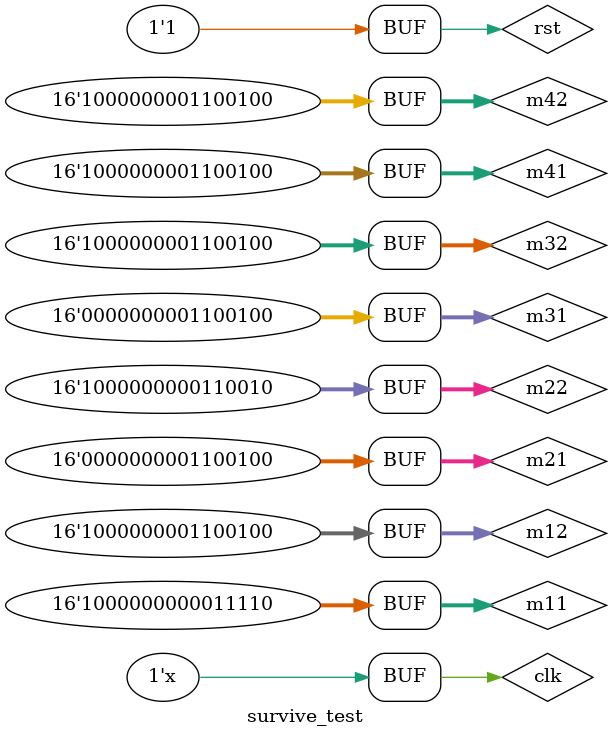
<source format=v>
`timescale 1ns / 1ps




module survive_test;

	// Inputs
	reg clk;
	reg rst;
	reg [15:0] m11;
	reg [15:0] m21;
	reg [15:0] m31;
	reg [15:0] m41;
	reg [15:0] m12;
	reg [15:0] m22;
	reg [15:0] m32;
	reg [15:0] m42;

	// Outputs
	wire [29:0] v_1;
	wire [29:0] v_2;
	wire [29:0] v_3;
	wire [29:0] v_4;
	wire [29:0] v_5;
	wire [29:0] v_6;
	wire [29:0] v_7;
	wire [29:0] v_8;
	wire [29:0] v_9;
	wire [29:0] v_10;
	wire [29:0] v_11;
	wire [29:0] v_12;
	wire [29:0] v_13;
	wire [29:0] v_14;

	// Instantiate the Unit Under Test (UUT)
	survive uut (
		.clk(clk),
		.rst(rst), 
		.m11(m11), 
		.m21(m21), 
		.m31(m31), 
		.m41(m41), 
		.m12(m12), 
		.m22(m22), 
		.m32(m32), 
		.m42(m42), 
		.v_1(v_1), 
		.v_2(v_2), 
		.v_3(v_3), 
		.v_4(v_4), 
		.v_5(v_5), 
		.v_6(v_6), 
		.v_7(v_7), 
		.v_8(v_8), 
		.v_9(v_9), 
		.v_10(v_10), 
		.v_11(v_11), 
		.v_12(v_12), 
		.v_13(v_13), 
		.v_14(v_14)
	);

	initial begin
		// Initialize Inputs
		clk = 0;
		rst = 0;
		m11 = 0;
		m21 = 0;
		m31 = 0;
		m41 = 0;
		m12 = 0;
		m22 = 0;
		m32 = 0;
		m42 = 0;

		// Wait 100 ns for global reset to finish
		#10;
		m11 = 32798;//-0.3
		m12 = 32868;//-1
		// Add stimulus here
		m21 = 100;  //1
		m22 = 32818;//-0.5
		m31 = 100;  //1
		m32 = 32868;//-1
		m41 = 32868;//-1
		m42 = 32868;//-1
		#200;
		rst = 1;

	end
	always #5 clk =~ clk;
endmodule


</source>
